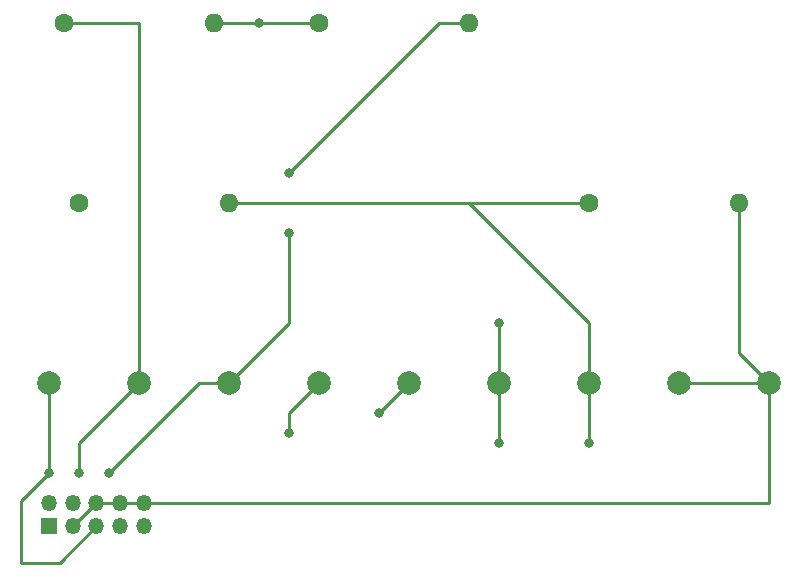
<source format=gbr>
%TF.GenerationSoftware,KiCad,Pcbnew,(7.0.0)*%
%TF.CreationDate,2023-03-24T11:34:11+01:00*%
%TF.ProjectId,PCH-1000JIG,5043482d-3130-4303-904a-49472e6b6963,rev?*%
%TF.SameCoordinates,Original*%
%TF.FileFunction,Copper,L1,Top*%
%TF.FilePolarity,Positive*%
%FSLAX46Y46*%
G04 Gerber Fmt 4.6, Leading zero omitted, Abs format (unit mm)*
G04 Created by KiCad (PCBNEW (7.0.0)) date 2023-03-24 11:34:11*
%MOMM*%
%LPD*%
G01*
G04 APERTURE LIST*
%TA.AperFunction,SMDPad,CuDef*%
%ADD10C,2.000000*%
%TD*%
%TA.AperFunction,ComponentPad*%
%ADD11C,1.600000*%
%TD*%
%TA.AperFunction,ComponentPad*%
%ADD12O,1.600000X1.600000*%
%TD*%
%TA.AperFunction,ComponentPad*%
%ADD13R,1.350000X1.350000*%
%TD*%
%TA.AperFunction,ComponentPad*%
%ADD14O,1.350000X1.350000*%
%TD*%
%TA.AperFunction,ViaPad*%
%ADD15C,0.800000*%
%TD*%
%TA.AperFunction,Conductor*%
%ADD16C,0.250000*%
%TD*%
G04 APERTURE END LIST*
D10*
%TO.P,3v3 VCC,1*%
%TO.N,N/C*%
X48260000Y-51620000D03*
%TD*%
D11*
%TO.P,1k Ohms,1*%
%TO.N,N/C*%
X27940000Y-36380000D03*
D12*
%TO.P,1k Ohms,2*%
X40639999Y-36379999D03*
%TD*%
D13*
%TO.P,Pin Header,1*%
%TO.N,N/C*%
X25399999Y-63779999D03*
D14*
%TO.P,Pin Header,2*%
X25399999Y-61779999D03*
%TO.P,Pin Header,3*%
X27399999Y-63779999D03*
%TO.P,Pin Header,4*%
X27399999Y-61779999D03*
%TO.P,Pin Header,5*%
X29399999Y-63779999D03*
%TO.P,Pin Header,6*%
X29399999Y-61779999D03*
%TO.P,Pin Header,7*%
X31399999Y-63779999D03*
%TO.P,Pin Header,8*%
X31399999Y-61779999D03*
%TO.P,Pin Header,9*%
X33399999Y-63779999D03*
%TO.P,Pin Header,10*%
X33399999Y-61779999D03*
%TD*%
D11*
%TO.P,1k Ohms,1*%
%TO.N,N/C*%
X26670000Y-21140000D03*
D12*
%TO.P,1k Ohms,2*%
X39369999Y-21139999D03*
%TD*%
D10*
%TO.P,Vita TX/7,1*%
%TO.N,N/C*%
X55880000Y-51620000D03*
%TD*%
%TO.P,PC RX,1*%
%TO.N,N/C*%
X25400000Y-51620000D03*
%TD*%
%TO.P,UDC 12,1*%
%TO.N,N/C*%
X78740000Y-51620000D03*
%TD*%
%TO.P,UDC 3/GND,1*%
%TO.N,N/C*%
X86360000Y-51620000D03*
%TD*%
%TO.P,PC GND,1*%
%TO.N,N/C*%
X40640000Y-51620000D03*
%TD*%
D11*
%TO.P,1k Ohms,1*%
%TO.N,N/C*%
X48260000Y-21140000D03*
D12*
%TO.P,1k Ohms,2*%
X60959999Y-21139999D03*
%TD*%
D10*
%TO.P,UDC 11,1*%
%TO.N,N/C*%
X71120000Y-51620000D03*
%TD*%
%TO.P,PC TX,1*%
%TO.N,N/C*%
X33020000Y-51620000D03*
%TD*%
%TO.P,Vita RX/6,1*%
%TO.N,N/C*%
X63500000Y-51620000D03*
%TD*%
D11*
%TO.P,220 Ohms,1*%
%TO.N,N/C*%
X71120000Y-36380000D03*
D12*
%TO.P,220 Ohms,2*%
X83819999Y-36379999D03*
%TD*%
D15*
%TO.N,*%
X45720000Y-55880000D03*
X71120000Y-56700000D03*
X25400000Y-59240000D03*
X30480000Y-59240000D03*
X45720000Y-33840000D03*
X45720000Y-33840000D03*
X63500000Y-46540000D03*
X53340000Y-54160000D03*
X43180000Y-21140000D03*
X63500000Y-56700000D03*
X45720000Y-38920000D03*
X45720000Y-38920000D03*
X27940000Y-59240000D03*
%TD*%
D16*
%TO.N,*%
X27400000Y-63780000D02*
X29400000Y-61780000D01*
X78740000Y-51620000D02*
X86360000Y-51620000D01*
X71120000Y-51620000D02*
X71120000Y-46540000D01*
X71120000Y-46540000D02*
X60960000Y-36380000D01*
X53340000Y-36380000D02*
X60960000Y-36380000D01*
X60960000Y-36380000D02*
X67760000Y-36380000D01*
X86360000Y-51620000D02*
X86360000Y-61780000D01*
X86360000Y-61780000D02*
X33400000Y-61780000D01*
X83820000Y-49080000D02*
X86360000Y-51620000D01*
X83820000Y-36380000D02*
X83820000Y-49080000D01*
X45720000Y-55880000D02*
X45720000Y-54160000D01*
X45720000Y-54160000D02*
X48260000Y-51620000D01*
X40640000Y-51620000D02*
X45720000Y-46540000D01*
X58420000Y-21140000D02*
X60960000Y-21140000D01*
X22985000Y-66860000D02*
X26320000Y-66860000D01*
X25400000Y-56700000D02*
X25400000Y-51620000D01*
X27940000Y-56700000D02*
X33020000Y-51620000D01*
X33400000Y-61780000D02*
X31400000Y-61780000D01*
X43180000Y-21140000D02*
X48260000Y-21140000D01*
X45720000Y-46540000D02*
X45720000Y-38920000D01*
X25400000Y-59240000D02*
X22985000Y-61655000D01*
X45720000Y-33840000D02*
X58420000Y-21140000D01*
X27940000Y-59240000D02*
X27940000Y-56700000D01*
X22985000Y-61655000D02*
X22985000Y-66860000D01*
X43180000Y-21140000D02*
X39370000Y-21140000D01*
X38100000Y-51620000D02*
X40640000Y-51620000D01*
X25400000Y-59240000D02*
X25400000Y-56700000D01*
X71120000Y-36380000D02*
X68580000Y-36380000D01*
X53340000Y-54160000D02*
X55880000Y-51620000D01*
X26320000Y-66860000D02*
X29400000Y-63780000D01*
X40640000Y-36380000D02*
X53340000Y-36380000D01*
X66040000Y-36380000D02*
X68580000Y-36380000D01*
X63500000Y-56700000D02*
X63500000Y-51620000D01*
X63500000Y-46540000D02*
X63500000Y-51620000D01*
X71120000Y-56700000D02*
X71120000Y-51620000D01*
X33020000Y-51620000D02*
X33020000Y-21140000D01*
X33020000Y-21140000D02*
X26670000Y-21140000D01*
X30480000Y-59240000D02*
X38100000Y-51620000D01*
X31400000Y-61780000D02*
X29400000Y-61780000D01*
%TD*%
M02*

</source>
